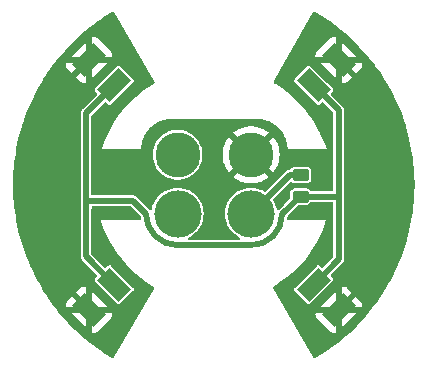
<source format=gbr>
%TF.GenerationSoftware,KiCad,Pcbnew,(7.0.0)*%
%TF.CreationDate,2024-02-03T20:29:28+01:00*%
%TF.ProjectId,Helios_emt,48656c69-6f73-45f6-956d-742e6b696361,rev?*%
%TF.SameCoordinates,PX9d5b340PY5f5e100*%
%TF.FileFunction,Copper,L1,Top*%
%TF.FilePolarity,Positive*%
%FSLAX46Y46*%
G04 Gerber Fmt 4.6, Leading zero omitted, Abs format (unit mm)*
G04 Created by KiCad (PCBNEW (7.0.0)) date 2024-02-03 20:29:28*
%MOMM*%
%LPD*%
G01*
G04 APERTURE LIST*
G04 Aperture macros list*
%AMRoundRect*
0 Rectangle with rounded corners*
0 $1 Rounding radius*
0 $2 $3 $4 $5 $6 $7 $8 $9 X,Y pos of 4 corners*
0 Add a 4 corners polygon primitive as box body*
4,1,4,$2,$3,$4,$5,$6,$7,$8,$9,$2,$3,0*
0 Add four circle primitives for the rounded corners*
1,1,$1+$1,$2,$3*
1,1,$1+$1,$4,$5*
1,1,$1+$1,$6,$7*
1,1,$1+$1,$8,$9*
0 Add four rect primitives between the rounded corners*
20,1,$1+$1,$2,$3,$4,$5,0*
20,1,$1+$1,$4,$5,$6,$7,0*
20,1,$1+$1,$6,$7,$8,$9,0*
20,1,$1+$1,$8,$9,$2,$3,0*%
%AMRotRect*
0 Rectangle, with rotation*
0 The origin of the aperture is its center*
0 $1 length*
0 $2 width*
0 $3 Rotation angle, in degrees counterclockwise*
0 Add horizontal line*
21,1,$1,$2,0,0,$3*%
G04 Aperture macros list end*
%TA.AperFunction,SMDPad,CuDef*%
%ADD10RotRect,1.500000X2.600000X135.000000*%
%TD*%
%TA.AperFunction,SMDPad,CuDef*%
%ADD11RotRect,1.500000X2.600000X225.000000*%
%TD*%
%TA.AperFunction,SMDPad,CuDef*%
%ADD12RotRect,1.500000X2.600000X315.000000*%
%TD*%
%TA.AperFunction,SMDPad,CuDef*%
%ADD13RotRect,1.500000X2.600000X45.000000*%
%TD*%
%TA.AperFunction,SMDPad,CuDef*%
%ADD14RoundRect,0.250000X0.450000X-0.262500X0.450000X0.262500X-0.450000X0.262500X-0.450000X-0.262500X0*%
%TD*%
%TA.AperFunction,ComponentPad*%
%ADD15C,3.800000*%
%TD*%
%TA.AperFunction,ComponentPad*%
%ADD16C,4.000000*%
%TD*%
%TA.AperFunction,Conductor*%
%ADD17C,0.500000*%
%TD*%
%TA.AperFunction,Conductor*%
%ADD18C,0.250000*%
%TD*%
G04 APERTURE END LIST*
D10*
%TO.P,D1,1,K*%
%TO.N,GND*%
X10560659Y-10560659D03*
%TO.P,D1,2,A*%
%TO.N,Net-(D0-A)*%
X8439339Y-8439339D03*
%TD*%
D11*
%TO.P,D0,1,K*%
%TO.N,GND*%
X10560659Y10560659D03*
%TO.P,D0,2,A*%
%TO.N,Net-(D0-A)*%
X8439339Y8439339D03*
%TD*%
D12*
%TO.P,D3,1,K*%
%TO.N,GND*%
X-10560659Y10560659D03*
%TO.P,D3,2,A*%
%TO.N,Net-(D0-A)*%
X-8439339Y8439339D03*
%TD*%
D13*
%TO.P,D2,1,K*%
%TO.N,GND*%
X-10560659Y-10560659D03*
%TO.P,D2,2,A*%
%TO.N,Net-(D0-A)*%
X-8439339Y-8439339D03*
%TD*%
D14*
%TO.P,R0,1*%
%TO.N,Net-(D0-A)*%
X7339000Y-988500D03*
%TO.P,R0,2*%
%TO.N,VCC*%
X7339000Y836500D03*
%TD*%
D15*
%TO.P,J2,1,Pin_1*%
%TO.N,GND*%
X3148000Y2551000D03*
D16*
%TO.P,J2,2,Pin_2*%
%TO.N,VCC*%
X3148000Y-2449000D03*
%TD*%
D15*
%TO.P,J1,1,Pin_1*%
%TO.N,unconnected-(J1-Pin_1-Pad1)*%
X-3075000Y2551000D03*
D16*
%TO.P,J1,2,Pin_2*%
%TO.N,unconnected-(J1-Pin_2-Pad2)*%
X-3075000Y-2449000D03*
%TD*%
D17*
%TO.N,GND*%
X13155600Y2464000D02*
X13155600Y-7965720D01*
X13155600Y-7965720D02*
X10560660Y-10560660D01*
X-13198400Y7922920D02*
X-10560660Y10560660D01*
X13155600Y7965720D02*
X10560660Y10560660D01*
X-13198400Y2514800D02*
X-13198400Y7922920D01*
X-13198400Y-7922920D02*
X-10560660Y-10560660D01*
X-13198400Y2514800D02*
X-13198400Y-7922920D01*
X13155600Y2464000D02*
X13155600Y7965720D01*
%TO.N,VCC*%
X3148000Y-2449000D02*
X6433500Y836500D01*
X6433500Y836500D02*
X7339000Y836500D01*
%TO.N,Net-(D0-A)*%
X-3075000Y-5108188D02*
X3143037Y-5108188D01*
X10560660Y-1600000D02*
X10560660Y-838000D01*
X10560660Y6318020D02*
X8439340Y8439340D01*
X-10798500Y-1877500D02*
X-10822000Y-1854000D01*
X-8439340Y-8439340D02*
X-10822000Y-6056680D01*
X7339000Y-988500D02*
X10410160Y-988500D01*
X-10822000Y-1346000D02*
X-10822000Y940000D01*
X-10822000Y-1346000D02*
X-6843492Y-1346000D01*
X-10822000Y2108400D02*
X-10822000Y6056680D01*
X-10822000Y1295600D02*
X-10822000Y2108400D01*
X10560660Y-2514400D02*
X10560660Y-6318020D01*
X-10822000Y-1854000D02*
X-10822000Y-1346000D01*
X7339000Y-988500D02*
X7276862Y-988500D01*
X-10822000Y6056680D02*
X-8439340Y8439340D01*
D18*
X-10798500Y963500D02*
X-10822000Y940000D01*
D17*
X-10822000Y-6056680D02*
X-10822000Y-1854000D01*
X-6843492Y-1346000D02*
X-5757294Y-2432198D01*
X10560660Y-838000D02*
X10560660Y6318020D01*
X10560660Y-6318020D02*
X8439340Y-8439340D01*
X10410160Y-988500D02*
X10560660Y-838000D01*
X7276862Y-988500D02*
X5776362Y-2489000D01*
X-10822000Y940000D02*
X-10822000Y1295600D01*
X10560660Y-2514400D02*
X10560660Y-1600000D01*
X3142463Y-5117356D02*
G75*
G03*
X5776362Y-2489000I5537J2628356D01*
G01*
X-5757281Y-2432198D02*
G75*
G03*
X-3075000Y-5108188I2682281J6298D01*
G01*
%TD*%
%TA.AperFunction,Conductor*%
%TO.N,GND*%
G36*
X-8470778Y14663472D02*
G01*
X-8423832Y14616821D01*
X-5056460Y8773440D01*
X-5037825Y8741103D01*
X-5020995Y8678089D01*
X-5037927Y8615102D01*
X-5084085Y8569020D01*
X-5219382Y8491055D01*
X-5219403Y8491043D01*
X-5220939Y8490157D01*
X-5222427Y8489183D01*
X-5222439Y8489175D01*
X-5695353Y8179421D01*
X-5695380Y8179403D01*
X-5696846Y8178442D01*
X-5698269Y8177390D01*
X-5698288Y8177376D01*
X-6152742Y7841156D01*
X-6152760Y7841143D01*
X-6154194Y7840081D01*
X-6155551Y7838952D01*
X-6155580Y7838929D01*
X-6590106Y7477330D01*
X-6590132Y7477308D01*
X-6591490Y7476177D01*
X-6592801Y7474954D01*
X-6592810Y7474945D01*
X-7005994Y7089147D01*
X-7007312Y7087916D01*
X-7008536Y7086636D01*
X-7008551Y7086620D01*
X-7394419Y6682722D01*
X-7400304Y6676562D01*
X-7401457Y6675210D01*
X-7401469Y6675195D01*
X-7768010Y6244836D01*
X-7768031Y6244811D01*
X-7769185Y6243455D01*
X-7770275Y6242018D01*
X-7770281Y6242009D01*
X-8111662Y5791450D01*
X-8111672Y5791437D01*
X-8112754Y5790008D01*
X-8113760Y5788511D01*
X-8113762Y5788507D01*
X-8428898Y5319178D01*
X-8428916Y5319152D01*
X-8429892Y5317696D01*
X-8430792Y5316176D01*
X-8430795Y5316170D01*
X-8718653Y4829602D01*
X-8718666Y4829580D01*
X-8719565Y4828059D01*
X-8720384Y4826476D01*
X-8720395Y4826455D01*
X-8979995Y4324308D01*
X-8980008Y4324283D01*
X-8980829Y4322693D01*
X-8981557Y4321064D01*
X-8981571Y4321034D01*
X-9212092Y3804906D01*
X-9212102Y3804884D01*
X-9212834Y3803243D01*
X-9213473Y3801563D01*
X-9213477Y3801551D01*
X-9410076Y3283902D01*
X-9414823Y3271402D01*
X-9415354Y3269722D01*
X-9415366Y3269686D01*
X-9495586Y3015640D01*
X-9495586Y3015638D01*
X-9500466Y3000183D01*
X-9500541Y3000000D01*
X-9500532Y2999978D01*
X-9500627Y2999674D01*
X-9500175Y2999532D01*
X-9500099Y2999500D01*
X-9500077Y2999500D01*
X-9499674Y2999373D01*
X-9499634Y2999500D01*
X-6169886Y2998629D01*
X-6169288Y2998629D01*
X-6168886Y2998629D01*
X-6168886Y2999032D01*
X-6168846Y2999129D01*
X-6168881Y2999213D01*
X-6162471Y3114981D01*
X-6152123Y3288313D01*
X-6150591Y3301748D01*
X-6127970Y3435564D01*
X-6127789Y3436592D01*
X-6100711Y3585061D01*
X-6097869Y3597199D01*
X-6059218Y3731807D01*
X-6058531Y3734101D01*
X-6015132Y3873813D01*
X-6011271Y3884507D01*
X-5957171Y4015459D01*
X-5955686Y4018906D01*
X-5896555Y4150624D01*
X-5891976Y4159798D01*
X-5823078Y4284750D01*
X-5820740Y4288802D01*
X-5746584Y4411747D01*
X-5741565Y4419418D01*
X-5658873Y4536216D01*
X-5655354Y4540944D01*
X-5567243Y4653653D01*
X-5562059Y4659860D01*
X-5466671Y4766831D01*
X-5461893Y4771895D01*
X-5360946Y4873065D01*
X-5355854Y4877891D01*
X-5249100Y4973509D01*
X-5242920Y4978693D01*
X-5130389Y5067066D01*
X-5125692Y5070578D01*
X-5009077Y5153527D01*
X-5001408Y5158569D01*
X-4878616Y5233002D01*
X-4874602Y5235330D01*
X-4749775Y5304519D01*
X-4740622Y5309112D01*
X-4608914Y5368588D01*
X-4605723Y5369972D01*
X-4474721Y5424430D01*
X-4464090Y5428294D01*
X-4324436Y5472013D01*
X-4322036Y5472736D01*
X-4187642Y5511647D01*
X-4175524Y5514513D01*
X-4027224Y5541899D01*
X-4025939Y5542128D01*
X-3892297Y5565023D01*
X-3878860Y5566585D01*
X-3705712Y5577305D01*
X-3593207Y5583783D01*
X-3586123Y5583990D01*
X3658383Y5591346D01*
X3665494Y5591151D01*
X3777480Y5584895D01*
X3777673Y5584883D01*
X3951164Y5574440D01*
X3964632Y5572898D01*
X4098297Y5550237D01*
X4099565Y5550013D01*
X4247971Y5522873D01*
X4260096Y5520029D01*
X4394641Y5481331D01*
X4397055Y5480607D01*
X4536740Y5437148D01*
X4547433Y5433282D01*
X4678351Y5379132D01*
X4681766Y5377659D01*
X4813561Y5318426D01*
X4822750Y5313835D01*
X4947584Y5244935D01*
X4951786Y5242508D01*
X5074672Y5168322D01*
X5082386Y5163269D01*
X5199075Y5080586D01*
X5203867Y5077017D01*
X5316553Y4988857D01*
X5322787Y4983647D01*
X5429687Y4888253D01*
X5434793Y4883432D01*
X5535953Y4782424D01*
X5540803Y4777303D01*
X5636347Y4670560D01*
X5641554Y4664348D01*
X5681884Y4612959D01*
X5729886Y4551793D01*
X5733463Y4547006D01*
X5816330Y4430428D01*
X5821401Y4422709D01*
X5895744Y4299982D01*
X5898196Y4295753D01*
X5937481Y4224829D01*
X5967276Y4171038D01*
X5971898Y4161821D01*
X6031287Y4030210D01*
X6032799Y4026720D01*
X6087137Y3895908D01*
X6091032Y3885185D01*
X6134671Y3745660D01*
X6135454Y3743061D01*
X6174316Y3608716D01*
X6177188Y3596556D01*
X6204527Y3448321D01*
X6204812Y3446717D01*
X6227633Y3313332D01*
X6229199Y3299837D01*
X6240023Y3124293D01*
X6240055Y3123758D01*
X6245578Y3027515D01*
X6245578Y3027512D01*
X6246540Y3010759D01*
X6246492Y3010642D01*
X6246532Y3010545D01*
X6246533Y3010141D01*
X6247105Y3010143D01*
X9542143Y3012924D01*
X9542184Y3012797D01*
X9542586Y3012924D01*
X9542609Y3012924D01*
X9542684Y3012956D01*
X9543137Y3013098D01*
X9543041Y3013402D01*
X9543051Y3013424D01*
X9542981Y3013593D01*
X9457104Y3285598D01*
X9254593Y3818964D01*
X9022028Y4339928D01*
X9004901Y4373079D01*
X8760983Y4845218D01*
X8760979Y4845224D01*
X8760166Y4846799D01*
X8469857Y5337931D01*
X8152042Y5811728D01*
X8147382Y5817885D01*
X8005267Y6005670D01*
X7807755Y6266653D01*
X7438113Y6701227D01*
X7149963Y7003292D01*
X7045550Y7112748D01*
X7045540Y7112758D01*
X7044317Y7114040D01*
X6627646Y7503752D01*
X6189452Y7869095D01*
X6188017Y7870159D01*
X6188003Y7870170D01*
X5732611Y8207808D01*
X5732604Y8207813D01*
X5731158Y8208885D01*
X5541431Y8333459D01*
X5255773Y8521021D01*
X5255763Y8521027D01*
X5254254Y8522018D01*
X5252701Y8522915D01*
X5252687Y8522924D01*
X5168192Y8571745D01*
X5116457Y8601638D01*
X5070418Y8647662D01*
X5053495Y8710522D01*
X5070205Y8773438D01*
X5948599Y10304394D01*
X9041052Y10304394D01*
X9046126Y10296114D01*
X10296113Y9046127D01*
X10304393Y9041053D01*
X10306660Y9050494D01*
X10306660Y10290070D01*
X10303153Y10303154D01*
X10290070Y10306660D01*
X9050494Y10306660D01*
X9041052Y10304394D01*
X5948599Y10304394D01*
X6313653Y10940648D01*
X8599149Y10940648D01*
X8615119Y10829573D01*
X8619880Y10817680D01*
X8632329Y10814660D01*
X10290070Y10814660D01*
X10303153Y10818167D01*
X10306660Y10831250D01*
X10814660Y10831250D01*
X10818166Y10818167D01*
X10831250Y10814660D01*
X12070826Y10814660D01*
X12080267Y10816927D01*
X12075193Y10825207D01*
X10825206Y12075194D01*
X10816926Y12080268D01*
X10814660Y12070826D01*
X10814660Y10831250D01*
X10306660Y10831250D01*
X10306660Y12488991D01*
X10303640Y12501440D01*
X10291747Y12506201D01*
X10180672Y12522171D01*
X10162832Y12522171D01*
X10036076Y12503947D01*
X10018963Y12498922D01*
X9901449Y12445255D01*
X9888145Y12437036D01*
X9849530Y12405918D01*
X9844505Y12401404D01*
X8719916Y11276815D01*
X8715402Y11271790D01*
X8684284Y11233175D01*
X8676065Y11219871D01*
X8622398Y11102357D01*
X8617373Y11085244D01*
X8599149Y10958488D01*
X8599149Y10940648D01*
X6313653Y10940648D01*
X8422685Y14616489D01*
X8469611Y14663267D01*
X8533786Y14679768D01*
X8597458Y14661427D01*
X9175822Y14309571D01*
X9180853Y14306344D01*
X9661767Y13981422D01*
X9661910Y13981263D01*
X9661939Y13981305D01*
X9853484Y13851427D01*
X9858187Y13848078D01*
X10271481Y13539189D01*
X10509196Y13360496D01*
X10513531Y13357082D01*
X10800374Y13120599D01*
X10890131Y13046600D01*
X10890507Y13046288D01*
X11140375Y12838655D01*
X11144537Y12835040D01*
X11494330Y12517501D01*
X11494615Y12517240D01*
X11525424Y12488991D01*
X11745740Y12286976D01*
X11749622Y12283261D01*
X12076899Y11956413D01*
X12077441Y11955868D01*
X12323804Y11706810D01*
X12327407Y11703014D01*
X12552629Y11455568D01*
X12634296Y11365842D01*
X12634871Y11365205D01*
X12873256Y11099476D01*
X12876581Y11095616D01*
X13163858Y10748092D01*
X13164522Y10747282D01*
X13392808Y10466399D01*
X13395857Y10462493D01*
X13664045Y10104636D01*
X13664752Y10103683D01*
X13881254Y9809051D01*
X13884031Y9805117D01*
X14133269Y9437261D01*
X14134007Y9436159D01*
X14337465Y9128956D01*
X14339974Y9125010D01*
X14570202Y8747685D01*
X14570958Y8746430D01*
X14760392Y8427683D01*
X14762621Y8423774D01*
X14973765Y8037476D01*
X14974508Y8036096D01*
X15149012Y7706935D01*
X15151004Y7703015D01*
X15342878Y7308403D01*
X15343630Y7306828D01*
X15502492Y6968268D01*
X15504235Y6964384D01*
X15676617Y6562207D01*
X15677346Y6560469D01*
X15819951Y6213525D01*
X15821455Y6209692D01*
X15974169Y5800622D01*
X15974861Y5798720D01*
X16100718Y5444316D01*
X16101990Y5440547D01*
X16158283Y5264607D01*
X16234780Y5025517D01*
X16235402Y5023512D01*
X16279247Y4877907D01*
X16344098Y4662541D01*
X16345149Y4658849D01*
X16457855Y4238590D01*
X16458431Y4236360D01*
X16549540Y3869991D01*
X16550380Y3866388D01*
X16642844Y3441706D01*
X16643337Y3439326D01*
X16644108Y3435425D01*
X16716578Y3068479D01*
X16717219Y3064978D01*
X16789272Y2636864D01*
X16789674Y2634313D01*
X16844827Y2259869D01*
X16845279Y2256479D01*
X16896819Y1825777D01*
X16897114Y1823071D01*
X16933987Y1446071D01*
X16934263Y1442802D01*
X16965222Y1010299D01*
X16965394Y1007443D01*
X16983854Y629044D01*
X16983968Y625905D01*
X16994296Y192451D01*
X16994332Y189450D01*
X16994332Y-189450D01*
X16994296Y-192451D01*
X16983968Y-625903D01*
X16983854Y-629042D01*
X16965394Y-1007441D01*
X16965222Y-1010297D01*
X16934263Y-1442800D01*
X16933987Y-1446069D01*
X16897114Y-1823069D01*
X16896819Y-1825775D01*
X16845279Y-2256477D01*
X16844827Y-2259867D01*
X16789674Y-2634311D01*
X16789272Y-2636862D01*
X16717219Y-3064976D01*
X16716578Y-3068477D01*
X16643340Y-3439312D01*
X16642844Y-3441704D01*
X16550380Y-3866386D01*
X16549540Y-3869989D01*
X16458431Y-4236358D01*
X16457855Y-4238588D01*
X16345149Y-4658847D01*
X16344098Y-4662539D01*
X16235410Y-5023486D01*
X16234768Y-5025553D01*
X16101990Y-5440545D01*
X16100718Y-5444314D01*
X15974861Y-5798718D01*
X15974169Y-5800620D01*
X15821455Y-6209690D01*
X15819951Y-6213523D01*
X15677346Y-6560467D01*
X15676617Y-6562205D01*
X15504235Y-6964382D01*
X15502492Y-6968266D01*
X15343630Y-7306826D01*
X15342878Y-7308401D01*
X15151004Y-7703013D01*
X15149012Y-7706933D01*
X14974508Y-8036094D01*
X14973747Y-8037508D01*
X14762639Y-8423740D01*
X14760392Y-8427681D01*
X14570958Y-8746428D01*
X14570202Y-8747683D01*
X14339974Y-9125008D01*
X14337465Y-9128954D01*
X14134007Y-9436157D01*
X14133269Y-9437259D01*
X13884031Y-9805115D01*
X13881254Y-9809049D01*
X13664752Y-10103681D01*
X13664045Y-10104634D01*
X13395857Y-10462491D01*
X13392808Y-10466397D01*
X13164522Y-10747280D01*
X13163858Y-10748090D01*
X12876581Y-11095614D01*
X12873256Y-11099474D01*
X12634871Y-11365203D01*
X12634263Y-11365877D01*
X12327407Y-11703012D01*
X12323804Y-11706808D01*
X12077441Y-11955866D01*
X12076899Y-11956411D01*
X11749622Y-12283259D01*
X11745740Y-12286974D01*
X11494710Y-12517152D01*
X11494245Y-12517576D01*
X11144537Y-12835038D01*
X11140375Y-12838653D01*
X10890507Y-13046286D01*
X10890131Y-13046598D01*
X10513570Y-13357050D01*
X10509128Y-13360547D01*
X10271866Y-13538899D01*
X10271587Y-13539109D01*
X9858203Y-13848065D01*
X9853485Y-13851425D01*
X9661940Y-13981304D01*
X9661766Y-13981421D01*
X9180863Y-14306336D01*
X9175811Y-14309577D01*
X8597255Y-14661548D01*
X8533659Y-14679889D01*
X8469541Y-14663465D01*
X8422595Y-14616809D01*
X6314717Y-10958487D01*
X8599149Y-10958487D01*
X8617373Y-11085243D01*
X8622398Y-11102356D01*
X8676065Y-11219870D01*
X8684284Y-11233174D01*
X8715402Y-11271789D01*
X8719916Y-11276814D01*
X9844505Y-12401403D01*
X9849530Y-12405917D01*
X9888145Y-12437035D01*
X9901449Y-12445254D01*
X10018963Y-12498921D01*
X10036076Y-12503946D01*
X10162832Y-12522170D01*
X10180672Y-12522170D01*
X10291747Y-12506200D01*
X10303640Y-12501439D01*
X10306660Y-12488991D01*
X10306660Y-12070826D01*
X10814660Y-12070826D01*
X10816926Y-12080267D01*
X10825206Y-12075193D01*
X12075193Y-10825206D01*
X12080267Y-10816926D01*
X12070826Y-10814660D01*
X10831250Y-10814660D01*
X10818166Y-10818166D01*
X10814660Y-10831250D01*
X10814660Y-12070826D01*
X10306660Y-12070826D01*
X10306660Y-10831250D01*
X10303153Y-10818166D01*
X10290070Y-10814660D01*
X8632329Y-10814660D01*
X8619880Y-10817679D01*
X8615119Y-10829572D01*
X8599149Y-10940647D01*
X8599149Y-10958487D01*
X6314717Y-10958487D01*
X5937837Y-10304393D01*
X9041052Y-10304393D01*
X9050494Y-10306660D01*
X10290070Y-10306660D01*
X10303153Y-10303153D01*
X10306660Y-10290070D01*
X10814660Y-10290070D01*
X10818166Y-10303153D01*
X10831250Y-10306660D01*
X12488991Y-10306660D01*
X12501439Y-10303640D01*
X12506200Y-10291747D01*
X12522170Y-10180672D01*
X12522170Y-10162832D01*
X12503946Y-10036076D01*
X12498921Y-10018963D01*
X12445254Y-9901449D01*
X12437035Y-9888145D01*
X12405917Y-9849530D01*
X12401403Y-9844505D01*
X11276814Y-8719916D01*
X11271789Y-8715402D01*
X11233174Y-8684284D01*
X11219870Y-8676065D01*
X11102356Y-8622398D01*
X11085243Y-8617373D01*
X10958487Y-8599149D01*
X10940647Y-8599149D01*
X10829572Y-8615119D01*
X10817679Y-8619880D01*
X10814660Y-8632329D01*
X10814660Y-10290070D01*
X10306660Y-10290070D01*
X10306660Y-9050494D01*
X10304393Y-9041052D01*
X10296113Y-9046126D01*
X9046126Y-10296113D01*
X9041052Y-10304393D01*
X5937837Y-10304393D01*
X5037270Y-8741416D01*
X5020445Y-8678403D01*
X5037382Y-8615417D01*
X5083540Y-8569340D01*
X5220424Y-8490473D01*
X5696391Y-8178759D01*
X6153795Y-7840394D01*
X6591146Y-7476480D01*
X7007020Y-7088204D01*
X7400061Y-6676831D01*
X7768988Y-6243700D01*
X8112600Y-5790224D01*
X8429776Y-5317880D01*
X8719483Y-4828207D01*
X8980777Y-4322802D01*
X9212807Y-3803310D01*
X9414816Y-3271424D01*
X9500465Y-3000182D01*
X9500541Y-3000000D01*
X9500531Y-2999977D01*
X9500627Y-2999674D01*
X9500174Y-2999531D01*
X9500099Y-2999500D01*
X9500076Y-2999499D01*
X9499674Y-2999373D01*
X9499633Y-2999499D01*
X9481561Y-2999490D01*
X9481558Y-2999490D01*
X6330176Y-2998085D01*
X6263426Y-2978916D01*
X6216971Y-2927293D01*
X6204924Y-2858898D01*
X6219235Y-2722919D01*
X6230820Y-2681861D01*
X6255444Y-2647020D01*
X7164061Y-1738404D01*
X7204939Y-1711091D01*
X7253157Y-1701500D01*
X7840313Y-1701500D01*
X7843266Y-1701500D01*
X7873699Y-1698646D01*
X8001882Y-1653793D01*
X8111150Y-1573150D01*
X8172385Y-1490178D01*
X8216982Y-1452520D01*
X8273765Y-1439000D01*
X9984160Y-1439000D01*
X10047160Y-1455881D01*
X10093279Y-1502000D01*
X10110160Y-1565000D01*
X10110160Y-6079226D01*
X10100569Y-6127444D01*
X10073255Y-6168322D01*
X9270896Y-6970679D01*
X9214412Y-7003290D01*
X9149190Y-7003290D01*
X9092706Y-6970678D01*
X8960437Y-6838409D01*
X8960436Y-6838408D01*
X8956060Y-6834032D01*
X8950910Y-6830591D01*
X8916801Y-6807800D01*
X8916800Y-6807799D01*
X8906480Y-6800904D01*
X8894308Y-6798483D01*
X8894306Y-6798482D01*
X8840421Y-6787765D01*
X8828249Y-6785344D01*
X8816077Y-6787765D01*
X8762192Y-6798482D01*
X8762189Y-6798482D01*
X8750017Y-6800904D01*
X8739697Y-6807799D01*
X8739696Y-6807800D01*
X8705584Y-6830593D01*
X8705580Y-6830595D01*
X8700438Y-6834032D01*
X8696064Y-6838405D01*
X8696059Y-6838410D01*
X6838410Y-8696059D01*
X6838405Y-8696064D01*
X6834032Y-8700438D01*
X6830595Y-8705580D01*
X6830593Y-8705584D01*
X6824033Y-8715402D01*
X6800904Y-8750017D01*
X6785344Y-8828249D01*
X6787765Y-8840421D01*
X6798482Y-8894306D01*
X6798483Y-8894308D01*
X6800904Y-8906480D01*
X6834032Y-8956060D01*
X7922620Y-10044648D01*
X7972200Y-10077776D01*
X8050431Y-10093336D01*
X8128663Y-10077776D01*
X8178242Y-10044648D01*
X10044648Y-8178242D01*
X10077776Y-8128663D01*
X10093336Y-8050431D01*
X10077776Y-7972200D01*
X10044648Y-7922620D01*
X9908000Y-7785971D01*
X9875388Y-7729488D01*
X9875388Y-7664266D01*
X9907997Y-7607784D01*
X10856329Y-6659452D01*
X10866837Y-6650062D01*
X10894630Y-6627899D01*
X10926851Y-6580638D01*
X10929497Y-6576908D01*
X10963453Y-6530902D01*
X10966289Y-6522795D01*
X10971132Y-6515693D01*
X10987973Y-6461089D01*
X10989445Y-6456618D01*
X11004752Y-6412874D01*
X11008306Y-6402719D01*
X11008627Y-6394132D01*
X11011160Y-6385922D01*
X11011160Y-6328822D01*
X11011248Y-6324110D01*
X11011970Y-6304817D01*
X11013385Y-6267010D01*
X11011582Y-6260283D01*
X11011160Y-6252754D01*
X11011160Y-848785D01*
X11011248Y-844074D01*
X11012541Y-809513D01*
X11013384Y-786990D01*
X11011582Y-780266D01*
X11011160Y-772743D01*
X11011160Y6285641D01*
X11011952Y6299748D01*
X11012095Y6301019D01*
X11015930Y6335055D01*
X11005308Y6391190D01*
X11004521Y6395824D01*
X10997415Y6442970D01*
X10996008Y6452307D01*
X10992282Y6460044D01*
X10990684Y6468491D01*
X10963974Y6519028D01*
X10961881Y6523172D01*
X10937085Y6574662D01*
X10931241Y6580961D01*
X10927226Y6588557D01*
X10886851Y6628932D01*
X10883581Y6632326D01*
X10844715Y6674214D01*
X10838684Y6677696D01*
X10833061Y6682722D01*
X9908000Y7607783D01*
X9875388Y7664267D01*
X9875389Y7729490D01*
X9907998Y7785971D01*
X10044648Y7922620D01*
X10077776Y7972200D01*
X10093336Y8050431D01*
X10077776Y8128663D01*
X10044648Y8178242D01*
X9590561Y8632329D01*
X10814660Y8632329D01*
X10817679Y8619881D01*
X10829572Y8615120D01*
X10940647Y8599150D01*
X10958487Y8599150D01*
X11085243Y8617374D01*
X11102356Y8622399D01*
X11219870Y8676066D01*
X11233174Y8684285D01*
X11271789Y8715403D01*
X11276814Y8719917D01*
X12401403Y9844506D01*
X12405917Y9849531D01*
X12437035Y9888146D01*
X12445254Y9901450D01*
X12498921Y10018964D01*
X12503946Y10036077D01*
X12522170Y10162833D01*
X12522170Y10180673D01*
X12506200Y10291748D01*
X12501439Y10303641D01*
X12488991Y10306660D01*
X10831250Y10306660D01*
X10818166Y10303154D01*
X10814660Y10290070D01*
X10814660Y8632329D01*
X9590561Y8632329D01*
X8178242Y10044648D01*
X8128663Y10077776D01*
X8116488Y10080198D01*
X8116487Y10080198D01*
X8062603Y10090915D01*
X8050431Y10093336D01*
X8038259Y10090915D01*
X7984373Y10080198D01*
X7984369Y10080197D01*
X7972200Y10077776D01*
X7961881Y10070882D01*
X7961878Y10070880D01*
X7927767Y10048088D01*
X7927760Y10048084D01*
X7922620Y10044648D01*
X7918247Y10040276D01*
X7918242Y10040271D01*
X6838409Y8960438D01*
X6838404Y8960433D01*
X6834032Y8956060D01*
X6830596Y8950920D01*
X6830592Y8950913D01*
X6807800Y8916802D01*
X6807798Y8916799D01*
X6800904Y8906480D01*
X6798483Y8894311D01*
X6798482Y8894307D01*
X6791066Y8857020D01*
X6785344Y8828249D01*
X6800904Y8750017D01*
X6834032Y8700438D01*
X8700438Y6834032D01*
X8750017Y6800904D01*
X8828249Y6785344D01*
X8906480Y6800904D01*
X8956060Y6834032D01*
X9092709Y6970682D01*
X9149190Y7003291D01*
X9214413Y7003292D01*
X9270897Y6970680D01*
X10073255Y6168322D01*
X10100569Y6127445D01*
X10110160Y6079227D01*
X10110160Y-412000D01*
X10093279Y-475000D01*
X10047160Y-521119D01*
X9984160Y-538000D01*
X8273765Y-538000D01*
X8216982Y-524480D01*
X8172385Y-486821D01*
X8116753Y-411442D01*
X8111150Y-403850D01*
X8103557Y-398246D01*
X8009480Y-328814D01*
X8009477Y-328812D01*
X8001882Y-323207D01*
X7873699Y-278354D01*
X7866067Y-277638D01*
X7866066Y-277638D01*
X7846201Y-275775D01*
X7846195Y-275774D01*
X7843266Y-275500D01*
X6834734Y-275500D01*
X6831805Y-275774D01*
X6831798Y-275775D01*
X6811933Y-277638D01*
X6811930Y-277638D01*
X6804301Y-278354D01*
X6797063Y-280886D01*
X6797061Y-280887D01*
X6688372Y-318919D01*
X6676118Y-323207D01*
X6668525Y-328810D01*
X6668519Y-328814D01*
X6574442Y-398246D01*
X6574438Y-398249D01*
X6566850Y-403850D01*
X6561249Y-411438D01*
X6561246Y-411442D01*
X6491814Y-505519D01*
X6491810Y-505525D01*
X6486207Y-513118D01*
X6483087Y-522033D01*
X6483087Y-522034D01*
X6445644Y-629042D01*
X6441354Y-641301D01*
X6438500Y-671734D01*
X6438500Y-674687D01*
X6438500Y-1137569D01*
X6428909Y-1185787D01*
X6401597Y-1226661D01*
X5932147Y-1696112D01*
X5523064Y-2105195D01*
X5464584Y-2138323D01*
X5397393Y-2136673D01*
X5340609Y-2100715D01*
X5310391Y-2040682D01*
X5278081Y-1878247D01*
X5185359Y-1605098D01*
X5057778Y-1346389D01*
X5047107Y-1330419D01*
X5026951Y-1276867D01*
X5032559Y-1219919D01*
X5062776Y-1171326D01*
X6443633Y209532D01*
X6494089Y240365D01*
X6553057Y244784D01*
X6607546Y221815D01*
X6676118Y171207D01*
X6804301Y126354D01*
X6834734Y123500D01*
X7840313Y123500D01*
X7843266Y123500D01*
X7873699Y126354D01*
X8001882Y171207D01*
X8111150Y251850D01*
X8191793Y361118D01*
X8236646Y489301D01*
X8239500Y519734D01*
X8239500Y1153266D01*
X8236646Y1183699D01*
X8191793Y1311882D01*
X8111150Y1421150D01*
X8103557Y1426754D01*
X8009480Y1496186D01*
X8009477Y1496188D01*
X8001882Y1501793D01*
X7873699Y1546646D01*
X7866067Y1547362D01*
X7866066Y1547362D01*
X7846201Y1549225D01*
X7846195Y1549226D01*
X7843266Y1549500D01*
X6834734Y1549500D01*
X6831805Y1549226D01*
X6831798Y1549225D01*
X6811933Y1547362D01*
X6811930Y1547362D01*
X6804301Y1546646D01*
X6797063Y1544114D01*
X6797061Y1544113D01*
X6685034Y1504913D01*
X6676118Y1501793D01*
X6668525Y1496190D01*
X6668519Y1496186D01*
X6574442Y1426754D01*
X6574438Y1426751D01*
X6566850Y1421150D01*
X6561249Y1413562D01*
X6561245Y1413557D01*
X6507885Y1341256D01*
X6465383Y1304680D01*
X6416985Y1291712D01*
X6416465Y1291770D01*
X6407195Y1290017D01*
X6407186Y1290016D01*
X6360304Y1281146D01*
X6355665Y1280358D01*
X6308547Y1273255D01*
X6299213Y1271848D01*
X6291476Y1268123D01*
X6283029Y1266524D01*
X6274684Y1262115D01*
X6274679Y1262112D01*
X6232499Y1239820D01*
X6228299Y1237700D01*
X6185359Y1217020D01*
X6185354Y1217017D01*
X6176858Y1212925D01*
X6170559Y1207082D01*
X6162963Y1203066D01*
X6156296Y1196400D01*
X6156293Y1196397D01*
X6122571Y1162676D01*
X6119182Y1159411D01*
X6109377Y1150313D01*
X6077306Y1120555D01*
X6073825Y1114529D01*
X6068797Y1108902D01*
X4425675Y-534220D01*
X4377083Y-564438D01*
X4320137Y-570047D01*
X4266582Y-549893D01*
X4259684Y-545284D01*
X4250611Y-539222D01*
X4246911Y-537397D01*
X4246907Y-537395D01*
X4109199Y-469485D01*
X3991902Y-411641D01*
X3747903Y-328814D01*
X3722663Y-320246D01*
X3722659Y-320244D01*
X3718753Y-318919D01*
X3714705Y-318113D01*
X3714702Y-318113D01*
X3439881Y-263448D01*
X3439880Y-263447D01*
X3435839Y-262644D01*
X3431728Y-262374D01*
X3431724Y-262374D01*
X3152119Y-244048D01*
X3148000Y-243778D01*
X3143881Y-244048D01*
X2864275Y-262374D01*
X2864269Y-262374D01*
X2860161Y-262644D01*
X2856120Y-263447D01*
X2856118Y-263448D01*
X2581297Y-318113D01*
X2581291Y-318114D01*
X2577247Y-318919D01*
X2573344Y-320243D01*
X2573336Y-320246D01*
X2307997Y-410317D01*
X2307990Y-410319D01*
X2304098Y-411641D01*
X2300405Y-413462D01*
X2300403Y-413463D01*
X2049092Y-537395D01*
X2049081Y-537401D01*
X2045389Y-539222D01*
X2041960Y-541512D01*
X2041955Y-541516D01*
X1808977Y-697187D01*
X1808972Y-697190D01*
X1805546Y-699480D01*
X1802451Y-702193D01*
X1802446Y-702198D01*
X1591761Y-886964D01*
X1591753Y-886971D01*
X1588673Y-889673D01*
X1585971Y-892753D01*
X1585964Y-892761D01*
X1401198Y-1103446D01*
X1401193Y-1103451D01*
X1398480Y-1106546D01*
X1396190Y-1109972D01*
X1396187Y-1109977D01*
X1240516Y-1342955D01*
X1240512Y-1342960D01*
X1238222Y-1346389D01*
X1236401Y-1350081D01*
X1236395Y-1350092D01*
X1126396Y-1573150D01*
X1110641Y-1605098D01*
X1109319Y-1608990D01*
X1109317Y-1608997D01*
X1019246Y-1874336D01*
X1019243Y-1874344D01*
X1017919Y-1878247D01*
X1017114Y-1882291D01*
X1017113Y-1882297D01*
X962448Y-2157118D01*
X961644Y-2161161D01*
X961374Y-2165269D01*
X961374Y-2165275D01*
X954109Y-2276118D01*
X942778Y-2449000D01*
X943048Y-2453119D01*
X959210Y-2699714D01*
X961644Y-2736839D01*
X962447Y-2740880D01*
X962448Y-2740881D01*
X1017003Y-3015151D01*
X1017919Y-3019753D01*
X1019244Y-3023659D01*
X1019246Y-3023663D01*
X1093961Y-3243765D01*
X1110641Y-3292902D01*
X1112463Y-3296596D01*
X1231021Y-3537010D01*
X1238222Y-3551611D01*
X1398480Y-3791454D01*
X1588673Y-4008327D01*
X1805546Y-4198520D01*
X2045389Y-4358778D01*
X2049093Y-4360604D01*
X2049092Y-4360604D01*
X2166862Y-4418682D01*
X2216807Y-4463064D01*
X2237037Y-4526741D01*
X2221865Y-4591810D01*
X2175557Y-4639973D01*
X2111134Y-4657688D01*
X-2038134Y-4657688D01*
X-2102557Y-4639973D01*
X-2148865Y-4591810D01*
X-2164037Y-4526741D01*
X-2143807Y-4463064D01*
X-2093862Y-4418682D01*
X-2061655Y-4402799D01*
X-1972389Y-4358778D01*
X-1732546Y-4198520D01*
X-1515673Y-4008327D01*
X-1325480Y-3791454D01*
X-1165222Y-3551611D01*
X-1037641Y-3292902D01*
X-944919Y-3019753D01*
X-888644Y-2736839D01*
X-869778Y-2449000D01*
X-888644Y-2161161D01*
X-944919Y-1878247D01*
X-1037641Y-1605098D01*
X-1165222Y-1346389D01*
X-1325480Y-1106546D01*
X-1515673Y-889673D01*
X-1732546Y-699480D01*
X-1972389Y-539222D01*
X-1976089Y-537397D01*
X-1976093Y-537395D01*
X-2113801Y-469485D01*
X-2231098Y-411641D01*
X-2475097Y-328814D01*
X-2500337Y-320246D01*
X-2500341Y-320244D01*
X-2504247Y-318919D01*
X-2508295Y-318113D01*
X-2508298Y-318113D01*
X-2783119Y-263448D01*
X-2783120Y-263447D01*
X-2787161Y-262644D01*
X-2791272Y-262374D01*
X-2791276Y-262374D01*
X-3070881Y-244048D01*
X-3075000Y-243778D01*
X-3079119Y-244048D01*
X-3358725Y-262374D01*
X-3358731Y-262374D01*
X-3362839Y-262644D01*
X-3366880Y-263447D01*
X-3366882Y-263448D01*
X-3641703Y-318113D01*
X-3641709Y-318114D01*
X-3645753Y-318919D01*
X-3649656Y-320243D01*
X-3649664Y-320246D01*
X-3915003Y-410317D01*
X-3915010Y-410319D01*
X-3918902Y-411641D01*
X-3922595Y-413462D01*
X-3922597Y-413463D01*
X-4173908Y-537395D01*
X-4173919Y-537401D01*
X-4177611Y-539222D01*
X-4181040Y-541512D01*
X-4181045Y-541516D01*
X-4414023Y-697187D01*
X-4414028Y-697190D01*
X-4417454Y-699480D01*
X-4420549Y-702193D01*
X-4420554Y-702198D01*
X-4631239Y-886964D01*
X-4631247Y-886971D01*
X-4634327Y-889673D01*
X-4637029Y-892753D01*
X-4637036Y-892761D01*
X-4821802Y-1103446D01*
X-4821807Y-1103451D01*
X-4824520Y-1106546D01*
X-4826810Y-1109972D01*
X-4826813Y-1109977D01*
X-4982484Y-1342955D01*
X-4982488Y-1342960D01*
X-4984778Y-1346389D01*
X-4986599Y-1350081D01*
X-4986605Y-1350092D01*
X-5096604Y-1573150D01*
X-5112359Y-1605098D01*
X-5113681Y-1608990D01*
X-5113683Y-1608997D01*
X-5203754Y-1874336D01*
X-5203757Y-1874344D01*
X-5205081Y-1878247D01*
X-5205886Y-1882293D01*
X-5205886Y-1882294D01*
X-5236915Y-2038286D01*
X-5267134Y-2098321D01*
X-5323918Y-2134279D01*
X-5391110Y-2135928D01*
X-5449589Y-2102799D01*
X-6502041Y-1050348D01*
X-6511457Y-1039812D01*
X-6527726Y-1019411D01*
X-6527730Y-1019407D01*
X-6533613Y-1012030D01*
X-6541413Y-1006712D01*
X-6541416Y-1006709D01*
X-6580835Y-979833D01*
X-6584677Y-977107D01*
X-6623012Y-948814D01*
X-6623015Y-948812D01*
X-6630610Y-943207D01*
X-6638717Y-940370D01*
X-6645819Y-935528D01*
X-6700423Y-918685D01*
X-6704886Y-917216D01*
X-6725381Y-910045D01*
X-6749887Y-901470D01*
X-6749889Y-901469D01*
X-6758793Y-898354D01*
X-6767379Y-898032D01*
X-6775590Y-895500D01*
X-6785028Y-895500D01*
X-6832707Y-895500D01*
X-6837418Y-895412D01*
X-6885068Y-893629D01*
X-6894502Y-893276D01*
X-6901226Y-895077D01*
X-6908749Y-895500D01*
X-10245500Y-895500D01*
X-10308500Y-878619D01*
X-10354619Y-832500D01*
X-10371500Y-769500D01*
X-10371500Y2551000D01*
X-5180408Y2551000D01*
X-5160798Y2264314D01*
X-5102334Y1982968D01*
X-5100898Y1978926D01*
X-5100896Y1978921D01*
X-5007545Y1716256D01*
X-5007542Y1716249D01*
X-5006104Y1712203D01*
X-5004123Y1708380D01*
X-4894173Y1496186D01*
X-4873901Y1457064D01*
X-4871416Y1453544D01*
X-4871412Y1453537D01*
X-4710675Y1225823D01*
X-4710671Y1225818D01*
X-4708189Y1222302D01*
X-4705253Y1219158D01*
X-4705251Y1219156D01*
X-4652502Y1162676D01*
X-4512053Y1012292D01*
X-4289147Y830945D01*
X-4043625Y681639D01*
X-3780058Y567156D01*
X-3503358Y489629D01*
X-3218678Y450500D01*
X-2935627Y450500D01*
X-2931322Y450500D01*
X-2646642Y489629D01*
X-2369942Y567156D01*
X-2118915Y676192D01*
X1635775Y676192D01*
X1643166Y667874D01*
X1851969Y516171D01*
X1858650Y511930D01*
X2117234Y369773D01*
X2124369Y366415D01*
X2398746Y257781D01*
X2406236Y255348D01*
X2692058Y181961D01*
X2699829Y180479D01*
X2992569Y143497D01*
X3000460Y143000D01*
X3295540Y143000D01*
X3303430Y143497D01*
X3596170Y180479D01*
X3603941Y181961D01*
X3889763Y255348D01*
X3897253Y257781D01*
X4171630Y366415D01*
X4178765Y369773D01*
X4437349Y511930D01*
X4444030Y516171D01*
X4652833Y667875D01*
X4660224Y676192D01*
X4654222Y685567D01*
X3159729Y2180061D01*
X3147999Y2186833D01*
X3136270Y2180061D01*
X1641776Y685567D01*
X1635775Y676192D01*
X-2118915Y676192D01*
X-2106375Y681639D01*
X-1860853Y830945D01*
X-1637947Y1012292D01*
X-1441811Y1222302D01*
X-1276099Y1457064D01*
X-1143896Y1712203D01*
X-1047666Y1982968D01*
X-989202Y2264314D01*
X-969863Y2547042D01*
X735488Y2547042D01*
X754014Y2252564D01*
X755007Y2244703D01*
X810295Y1954872D01*
X812266Y1947195D01*
X903446Y1666576D01*
X906361Y1659213D01*
X1031993Y1392231D01*
X1035805Y1385297D01*
X1193912Y1136159D01*
X1198557Y1129766D01*
X1263850Y1050840D01*
X1275335Y1042947D01*
X1287511Y1049724D01*
X2777059Y2539271D01*
X2783830Y2551000D01*
X3512167Y2551000D01*
X3518939Y2539271D01*
X5008487Y1049724D01*
X5020664Y1042946D01*
X5032146Y1050838D01*
X5097437Y1129760D01*
X5102090Y1136165D01*
X5260194Y1385297D01*
X5264006Y1392231D01*
X5389638Y1659213D01*
X5392553Y1666576D01*
X5483733Y1947195D01*
X5485704Y1954872D01*
X5540992Y2244703D01*
X5541985Y2252564D01*
X5560512Y2547042D01*
X5560512Y2554958D01*
X5541985Y2849437D01*
X5540992Y2857298D01*
X5485704Y3147129D01*
X5483733Y3154806D01*
X5392553Y3435425D01*
X5389638Y3442788D01*
X5264006Y3709770D01*
X5260194Y3716704D01*
X5102087Y3965842D01*
X5097442Y3972235D01*
X5032148Y4051162D01*
X5020663Y4059055D01*
X5008487Y4052278D01*
X3518939Y2562730D01*
X3512167Y2551000D01*
X2783830Y2551000D01*
X2783831Y2551001D01*
X2777059Y2562730D01*
X1287511Y4052278D01*
X1275335Y4059055D01*
X1263850Y4051162D01*
X1198557Y3972235D01*
X1193912Y3965842D01*
X1035805Y3716704D01*
X1031993Y3709770D01*
X906361Y3442788D01*
X903446Y3435425D01*
X812266Y3154806D01*
X810295Y3147129D01*
X755007Y2857298D01*
X754014Y2849437D01*
X735488Y2554958D01*
X735488Y2547042D01*
X-969863Y2547042D01*
X-969592Y2551000D01*
X-989202Y2837686D01*
X-1047666Y3119032D01*
X-1143896Y3389797D01*
X-1276099Y3644936D01*
X-1278589Y3648464D01*
X-1439326Y3876178D01*
X-1439329Y3876182D01*
X-1441811Y3879698D01*
X-1446314Y3884519D01*
X-1528235Y3972235D01*
X-1637947Y4089708D01*
X-1641284Y4092423D01*
X-1857518Y4268342D01*
X-1857521Y4268344D01*
X-1860853Y4271055D01*
X-2106375Y4420361D01*
X-2110315Y4422073D01*
X-2110320Y4422075D01*
X-2118919Y4425810D01*
X1635775Y4425810D01*
X1641776Y4416435D01*
X3136270Y2921941D01*
X3148000Y2915169D01*
X3159729Y2921941D01*
X4654222Y4416435D01*
X4660223Y4425810D01*
X4652832Y4434128D01*
X4444030Y4585830D01*
X4437349Y4590071D01*
X4178765Y4732228D01*
X4171630Y4735586D01*
X3897253Y4844220D01*
X3889763Y4846653D01*
X3603941Y4920040D01*
X3596170Y4921522D01*
X3303430Y4958504D01*
X3295540Y4959000D01*
X3000460Y4959000D01*
X2992569Y4958504D01*
X2699829Y4921522D01*
X2692058Y4920040D01*
X2406236Y4846653D01*
X2398746Y4844220D01*
X2124369Y4735586D01*
X2117234Y4732228D01*
X1858646Y4590069D01*
X1851969Y4585830D01*
X1643167Y4434128D01*
X1635775Y4425810D01*
X-2118919Y4425810D01*
X-2365995Y4533130D01*
X-2366001Y4533132D01*
X-2369942Y4534844D01*
X-2430434Y4551793D01*
X-2642496Y4611210D01*
X-2642505Y4611212D01*
X-2646642Y4612371D01*
X-2650903Y4612957D01*
X-2650914Y4612959D01*
X-2927054Y4650914D01*
X-2927064Y4650915D01*
X-2931322Y4651500D01*
X-3218678Y4651500D01*
X-3222936Y4650915D01*
X-3222947Y4650914D01*
X-3499087Y4612959D01*
X-3499101Y4612957D01*
X-3503358Y4612371D01*
X-3507493Y4611213D01*
X-3507505Y4611210D01*
X-3775915Y4536005D01*
X-3775918Y4536005D01*
X-3780058Y4534844D01*
X-3783996Y4533134D01*
X-3784006Y4533130D01*
X-4039681Y4422075D01*
X-4039692Y4422070D01*
X-4043625Y4420361D01*
X-4047292Y4418132D01*
X-4047298Y4418128D01*
X-4285474Y4273289D01*
X-4285478Y4273287D01*
X-4289147Y4271055D01*
X-4292474Y4268349D01*
X-4292483Y4268342D01*
X-4508717Y4092423D01*
X-4508726Y4092416D01*
X-4512053Y4089708D01*
X-4514985Y4086570D01*
X-4514990Y4086564D01*
X-4705251Y3882845D01*
X-4705259Y3882836D01*
X-4708189Y3879698D01*
X-4710665Y3876191D01*
X-4710675Y3876178D01*
X-4871412Y3648464D01*
X-4871421Y3648451D01*
X-4873901Y3644936D01*
X-4875882Y3641113D01*
X-4875888Y3641103D01*
X-5004123Y3393621D01*
X-5006104Y3389797D01*
X-5007540Y3385757D01*
X-5007545Y3385745D01*
X-5100896Y3123080D01*
X-5100899Y3123072D01*
X-5102334Y3119032D01*
X-5103208Y3114830D01*
X-5103208Y3114827D01*
X-5124753Y3011143D01*
X-5160798Y2837686D01*
X-5180408Y2551000D01*
X-10371500Y2551000D01*
X-10371500Y5817885D01*
X-10361909Y5866103D01*
X-10334596Y5906980D01*
X-10162349Y6079227D01*
X-9270897Y6970682D01*
X-9214414Y7003292D01*
X-9149192Y7003292D01*
X-9092708Y6970680D01*
X-8956060Y6834032D01*
X-8906480Y6800904D01*
X-8828249Y6785344D01*
X-8750017Y6800904D01*
X-8700438Y6834032D01*
X-6834032Y8700438D01*
X-6800904Y8750017D01*
X-6785344Y8828249D01*
X-6800904Y8906480D01*
X-6834032Y8956060D01*
X-7922620Y10044648D01*
X-7972200Y10077776D01*
X-7984372Y10080197D01*
X-7984374Y10080198D01*
X-8038259Y10090915D01*
X-8050431Y10093336D01*
X-8062603Y10090915D01*
X-8116488Y10080198D01*
X-8116491Y10080198D01*
X-8128663Y10077776D01*
X-8138983Y10070881D01*
X-8138984Y10070880D01*
X-8173096Y10048087D01*
X-8173100Y10048085D01*
X-8178242Y10044648D01*
X-8182616Y10040275D01*
X-8182621Y10040270D01*
X-10040270Y8182621D01*
X-10040275Y8182616D01*
X-10044648Y8178242D01*
X-10048085Y8173100D01*
X-10048087Y8173096D01*
X-10059711Y8155699D01*
X-10077776Y8128663D01*
X-10093336Y8050431D01*
X-10090915Y8038259D01*
X-10080198Y7984374D01*
X-10080197Y7984372D01*
X-10077776Y7972200D01*
X-10070881Y7961880D01*
X-10070880Y7961879D01*
X-10048089Y7927769D01*
X-10044648Y7922620D01*
X-10040273Y7918245D01*
X-10040271Y7918243D01*
X-9908001Y7785973D01*
X-9875389Y7729489D01*
X-9875389Y7664267D01*
X-9908001Y7607783D01*
X-11117658Y6398127D01*
X-11128185Y6388718D01*
X-11155970Y6366559D01*
X-11161286Y6358763D01*
X-11161290Y6358758D01*
X-11188160Y6319348D01*
X-11190883Y6315510D01*
X-11219190Y6277156D01*
X-11219194Y6277149D01*
X-11224793Y6269562D01*
X-11227630Y6261456D01*
X-11232472Y6254353D01*
X-11235252Y6245343D01*
X-11235253Y6245339D01*
X-11249310Y6199766D01*
X-11250782Y6195293D01*
X-11266530Y6150288D01*
X-11266532Y6150280D01*
X-11269646Y6141379D01*
X-11269968Y6132794D01*
X-11272500Y6124582D01*
X-11272500Y6115146D01*
X-11272500Y6067465D01*
X-11272588Y6062755D01*
X-11274724Y6005670D01*
X-11272923Y5998947D01*
X-11272500Y5991423D01*
X-11272500Y-1281043D01*
X-11273882Y-1293305D01*
X-11273508Y-1293334D01*
X-11274214Y-1302747D01*
X-11276315Y-1311954D01*
X-11275610Y-1321365D01*
X-11275610Y-1321370D01*
X-11272852Y-1358163D01*
X-11272500Y-1367579D01*
X-11272500Y-1821621D01*
X-11273292Y-1835728D01*
X-11276214Y-1861653D01*
X-11276214Y-1861660D01*
X-11277270Y-1871035D01*
X-11275516Y-1880309D01*
X-11275515Y-1880315D01*
X-11274697Y-1884638D01*
X-11272500Y-1908063D01*
X-11272500Y-6024301D01*
X-11273293Y-6038408D01*
X-11277270Y-6073715D01*
X-11266648Y-6129857D01*
X-11265865Y-6134463D01*
X-11258755Y-6181636D01*
X-11258754Y-6181639D01*
X-11257348Y-6190967D01*
X-11253621Y-6198706D01*
X-11252023Y-6207152D01*
X-11247613Y-6215497D01*
X-11247612Y-6215498D01*
X-11225326Y-6257665D01*
X-11223204Y-6261869D01*
X-11198425Y-6313322D01*
X-11192583Y-6319619D01*
X-11188566Y-6327218D01*
X-11181887Y-6333896D01*
X-11181887Y-6333897D01*
X-11148181Y-6367603D01*
X-11144935Y-6370971D01*
X-11106055Y-6412874D01*
X-11100028Y-6416353D01*
X-11094408Y-6421376D01*
X-9908002Y-7607781D01*
X-9875390Y-7664264D01*
X-9875390Y-7729487D01*
X-9908001Y-7785971D01*
X-10040272Y-7918243D01*
X-10040277Y-7918248D01*
X-10044648Y-7922620D01*
X-10048086Y-7927765D01*
X-10048089Y-7927769D01*
X-10070880Y-7961878D01*
X-10070882Y-7961881D01*
X-10077776Y-7972200D01*
X-10080197Y-7984369D01*
X-10080198Y-7984373D01*
X-10085050Y-8008769D01*
X-10093336Y-8050431D01*
X-10077776Y-8128663D01*
X-10044648Y-8178242D01*
X-8178242Y-10044648D01*
X-8128663Y-10077776D01*
X-8050431Y-10093336D01*
X-7972200Y-10077776D01*
X-7922620Y-10044648D01*
X-6834032Y-8956060D01*
X-6800904Y-8906480D01*
X-6785344Y-8828249D01*
X-6800904Y-8750017D01*
X-6834032Y-8700438D01*
X-8700438Y-6834032D01*
X-8750017Y-6800904D01*
X-8762192Y-6798482D01*
X-8762193Y-6798482D01*
X-8816077Y-6787765D01*
X-8828249Y-6785344D01*
X-8840421Y-6787765D01*
X-8894307Y-6798482D01*
X-8894311Y-6798483D01*
X-8906480Y-6800904D01*
X-8916799Y-6807798D01*
X-8916802Y-6807800D01*
X-8950911Y-6830591D01*
X-8950912Y-6830592D01*
X-8956060Y-6834032D01*
X-8960432Y-6838403D01*
X-8960437Y-6838408D01*
X-9092709Y-6970679D01*
X-9149193Y-7003290D01*
X-9214415Y-7003290D01*
X-9270899Y-6970678D01*
X-10334595Y-5906982D01*
X-10361909Y-5866105D01*
X-10371500Y-5817887D01*
X-10371500Y-2051652D01*
X-10363538Y-2013491D01*
X-10364655Y-2013192D01*
X-10362212Y-2004071D01*
X-10358435Y-1995416D01*
X-10348631Y-1908393D01*
X-10327528Y-1851522D01*
X-10282298Y-1811101D01*
X-10223422Y-1796500D01*
X-7082287Y-1796500D01*
X-7034069Y-1806091D01*
X-6993192Y-1833404D01*
X-6236205Y-2590390D01*
X-6211634Y-2625117D01*
X-6200019Y-2666041D01*
X-6177396Y-2876837D01*
X-6189355Y-2945365D01*
X-6235855Y-2997103D01*
X-6302722Y-3016282D01*
X-9530684Y-3015126D01*
X-9530686Y-3015126D01*
X-9549099Y-3015120D01*
X-9549139Y-3014993D01*
X-9549542Y-3015120D01*
X-9549564Y-3015120D01*
X-9549640Y-3015151D01*
X-9550092Y-3015294D01*
X-9549997Y-3015597D01*
X-9550006Y-3015620D01*
X-9549937Y-3015788D01*
X-9545197Y-3030799D01*
X-9545197Y-3030801D01*
X-9464382Y-3286727D01*
X-9463841Y-3288439D01*
X-9463204Y-3290116D01*
X-9261439Y-3821366D01*
X-9261432Y-3821384D01*
X-9260795Y-3823060D01*
X-9027577Y-4345224D01*
X-9026754Y-4346815D01*
X-9026753Y-4346818D01*
X-8765774Y-4851630D01*
X-8765763Y-4851651D01*
X-8764945Y-4853232D01*
X-8764030Y-4854779D01*
X-8764027Y-4854784D01*
X-8485192Y-5326097D01*
X-8473756Y-5345426D01*
X-8472763Y-5346905D01*
X-8472761Y-5346908D01*
X-8169386Y-5798718D01*
X-8154958Y-5820204D01*
X-8153869Y-5821642D01*
X-8153862Y-5821651D01*
X-7816417Y-6267010D01*
X-7809590Y-6276020D01*
X-7438777Y-6711387D01*
X-7043728Y-7124887D01*
X-7042417Y-7126111D01*
X-7042411Y-7126117D01*
X-6627053Y-7513938D01*
X-6625729Y-7515174D01*
X-6186142Y-7880975D01*
X-5867802Y-8116487D01*
X-5727836Y-8220036D01*
X-5727828Y-8220041D01*
X-5726400Y-8221098D01*
X-5248001Y-8534436D01*
X-5112048Y-8612776D01*
X-5109863Y-8614035D01*
X-5063704Y-8660117D01*
X-5046771Y-8723105D01*
X-5063602Y-8786121D01*
X-8423830Y-14616821D01*
X-8470778Y-14663472D01*
X-8534893Y-14679893D01*
X-8598486Y-14661552D01*
X-9177049Y-14309577D01*
X-9182101Y-14306336D01*
X-9663005Y-13981421D01*
X-9663147Y-13981259D01*
X-9663177Y-13981304D01*
X-9854723Y-13851425D01*
X-9859442Y-13848064D01*
X-10272927Y-13539031D01*
X-10273206Y-13538822D01*
X-10510357Y-13360554D01*
X-10514799Y-13357057D01*
X-10891498Y-13046493D01*
X-10891874Y-13046181D01*
X-11141603Y-12838663D01*
X-11145765Y-12835048D01*
X-11495684Y-12517394D01*
X-11496148Y-12516970D01*
X-11526662Y-12488991D01*
X-10306660Y-12488991D01*
X-10303641Y-12501439D01*
X-10291748Y-12506200D01*
X-10180673Y-12522170D01*
X-10162833Y-12522170D01*
X-10036077Y-12503946D01*
X-10018964Y-12498921D01*
X-9901450Y-12445254D01*
X-9888146Y-12437035D01*
X-9849531Y-12405917D01*
X-9844506Y-12401403D01*
X-8719917Y-11276814D01*
X-8715403Y-11271789D01*
X-8684285Y-11233174D01*
X-8676066Y-11219870D01*
X-8622399Y-11102356D01*
X-8617374Y-11085243D01*
X-8599150Y-10958487D01*
X-8599150Y-10940647D01*
X-8615120Y-10829572D01*
X-8619881Y-10817679D01*
X-8632329Y-10814660D01*
X-10290070Y-10814660D01*
X-10303154Y-10818166D01*
X-10306660Y-10831250D01*
X-10306660Y-12488991D01*
X-11526662Y-12488991D01*
X-11746984Y-12286971D01*
X-11750810Y-12283310D01*
X-12078254Y-11956295D01*
X-12078681Y-11955866D01*
X-12325044Y-11706808D01*
X-12328647Y-11703012D01*
X-12635525Y-11365852D01*
X-12636133Y-11365178D01*
X-12874508Y-11099461D01*
X-12877822Y-11095614D01*
X-13107171Y-10818166D01*
X-13108196Y-10816926D01*
X-12080268Y-10816926D01*
X-12075194Y-10825206D01*
X-10825207Y-12075193D01*
X-10816927Y-12080267D01*
X-10814660Y-12070826D01*
X-10814660Y-10831250D01*
X-10818167Y-10818166D01*
X-10831250Y-10814660D01*
X-12070826Y-10814660D01*
X-12080268Y-10816926D01*
X-13108196Y-10816926D01*
X-13165129Y-10748052D01*
X-13165757Y-10747286D01*
X-13394050Y-10466394D01*
X-13397099Y-10462488D01*
X-13608300Y-10180672D01*
X-12522171Y-10180672D01*
X-12506201Y-10291747D01*
X-12501440Y-10303640D01*
X-12488991Y-10306660D01*
X-10831250Y-10306660D01*
X-10818167Y-10303153D01*
X-10814660Y-10290070D01*
X-10306660Y-10290070D01*
X-10303154Y-10303153D01*
X-10290070Y-10306660D01*
X-9050494Y-10306660D01*
X-9041053Y-10304393D01*
X-9046127Y-10296113D01*
X-10296114Y-9046126D01*
X-10304394Y-9041052D01*
X-10306660Y-9050494D01*
X-10306660Y-10290070D01*
X-10814660Y-10290070D01*
X-10814660Y-8632329D01*
X-10817680Y-8619880D01*
X-10829573Y-8615119D01*
X-10940648Y-8599149D01*
X-10958488Y-8599149D01*
X-11085244Y-8617373D01*
X-11102357Y-8622398D01*
X-11219871Y-8676065D01*
X-11233175Y-8684284D01*
X-11271790Y-8715402D01*
X-11276815Y-8719916D01*
X-12401404Y-9844505D01*
X-12405918Y-9849530D01*
X-12437036Y-9888145D01*
X-12445255Y-9901449D01*
X-12498922Y-10018963D01*
X-12503947Y-10036076D01*
X-12522171Y-10162832D01*
X-12522171Y-10180672D01*
X-13608300Y-10180672D01*
X-13665294Y-10104622D01*
X-13666001Y-10103669D01*
X-13824373Y-9888145D01*
X-13882497Y-9809046D01*
X-13885264Y-9805126D01*
X-14134526Y-9437234D01*
X-14135264Y-9436132D01*
X-14338703Y-9128958D01*
X-14341212Y-9125012D01*
X-14444299Y-8956060D01*
X-14571535Y-8747531D01*
X-14572201Y-8746425D01*
X-14761635Y-8427675D01*
X-14763827Y-8423831D01*
X-14975090Y-8037316D01*
X-14975712Y-8036160D01*
X-15150259Y-7706920D01*
X-15152226Y-7703048D01*
X-15344168Y-7308298D01*
X-15344844Y-7306881D01*
X-15503731Y-6968266D01*
X-15505469Y-6964393D01*
X-15540860Y-6881824D01*
X-15677900Y-6562104D01*
X-15678586Y-6560467D01*
X-15821202Y-6213497D01*
X-15822676Y-6209739D01*
X-15975444Y-5800525D01*
X-15976101Y-5798718D01*
X-16101963Y-5444302D01*
X-16103228Y-5440550D01*
X-16236070Y-5025351D01*
X-16236614Y-5023602D01*
X-16345350Y-4662495D01*
X-16346363Y-4658938D01*
X-16459121Y-4238489D01*
X-16459648Y-4236448D01*
X-16550787Y-3869958D01*
X-16551615Y-3866405D01*
X-16644100Y-3441625D01*
X-16644579Y-3439312D01*
X-16717818Y-3068477D01*
X-16718449Y-3065030D01*
X-16718458Y-3064976D01*
X-16790542Y-2636676D01*
X-16790915Y-2634308D01*
X-16846067Y-2259867D01*
X-16846513Y-2256521D01*
X-16846518Y-2256477D01*
X-16898077Y-1825613D01*
X-16898354Y-1823069D01*
X-16935227Y-1446069D01*
X-16935492Y-1442928D01*
X-16966469Y-1010191D01*
X-16966634Y-1007438D01*
X-16985099Y-628954D01*
X-16985204Y-626074D01*
X-16995535Y-192409D01*
X-16995571Y-189408D01*
X-16995571Y189408D01*
X-16995535Y192409D01*
X-16995127Y209530D01*
X-16985204Y626080D01*
X-16985099Y628949D01*
X-16966634Y1007449D01*
X-16966469Y1010181D01*
X-16935491Y1442942D01*
X-16935227Y1446071D01*
X-16898353Y1823091D01*
X-16898080Y1825589D01*
X-16846508Y2256568D01*
X-16846067Y2259869D01*
X-16790910Y2634340D01*
X-16790547Y2636648D01*
X-16718440Y3065086D01*
X-16717816Y3068490D01*
X-16644559Y3439412D01*
X-16644109Y3441585D01*
X-16551609Y3866438D01*
X-16550795Y3869929D01*
X-16459635Y4236503D01*
X-16459137Y4238431D01*
X-16346354Y4658974D01*
X-16345361Y4662461D01*
X-16236594Y5023667D01*
X-16236091Y5025287D01*
X-16103209Y5440610D01*
X-16101976Y5444265D01*
X-15976043Y5798882D01*
X-15975476Y5800442D01*
X-15822661Y6209782D01*
X-15821219Y6213456D01*
X-15678518Y6560633D01*
X-15677942Y6562006D01*
X-15505450Y6964440D01*
X-15503746Y6968236D01*
X-15344790Y7306998D01*
X-15344226Y7308180D01*
X-15152204Y7703096D01*
X-15150284Y7706874D01*
X-14975641Y8036295D01*
X-14975169Y8037174D01*
X-14763801Y8423881D01*
X-14761663Y8427629D01*
X-14572107Y8746584D01*
X-14571643Y8747354D01*
X-14341180Y9125065D01*
X-14338736Y9128910D01*
X-14135123Y9436346D01*
X-14134684Y9437002D01*
X-13885219Y9805193D01*
X-13882533Y9808998D01*
X-13665823Y10103912D01*
X-13665491Y10104359D01*
X-13621669Y10162833D01*
X-12522171Y10162833D01*
X-12503947Y10036077D01*
X-12498922Y10018964D01*
X-12445255Y9901450D01*
X-12437036Y9888146D01*
X-12405918Y9849531D01*
X-12401404Y9844506D01*
X-11276815Y8719917D01*
X-11271790Y8715403D01*
X-11233175Y8684285D01*
X-11219871Y8676066D01*
X-11102357Y8622399D01*
X-11085244Y8617374D01*
X-10958488Y8599150D01*
X-10940648Y8599150D01*
X-10829573Y8615120D01*
X-10817680Y8619881D01*
X-10814660Y8632329D01*
X-10814660Y9050494D01*
X-10306660Y9050494D01*
X-10304394Y9041053D01*
X-10296114Y9046127D01*
X-9046127Y10296114D01*
X-9041053Y10304394D01*
X-9050494Y10306660D01*
X-10290070Y10306660D01*
X-10303154Y10303154D01*
X-10306660Y10290070D01*
X-10306660Y9050494D01*
X-10814660Y9050494D01*
X-10814660Y10290070D01*
X-10818167Y10303154D01*
X-10831250Y10306660D01*
X-12488991Y10306660D01*
X-12501440Y10303641D01*
X-12506201Y10291748D01*
X-12522171Y10180673D01*
X-12522171Y10162833D01*
X-13621669Y10162833D01*
X-13397066Y10462533D01*
X-13394083Y10466355D01*
X-13165530Y10747566D01*
X-13165401Y10747724D01*
X-13108195Y10816927D01*
X-12080268Y10816927D01*
X-12070826Y10814660D01*
X-10831250Y10814660D01*
X-10818167Y10818167D01*
X-10814660Y10831250D01*
X-10306660Y10831250D01*
X-10303154Y10818167D01*
X-10290070Y10814660D01*
X-8632329Y10814660D01*
X-8619881Y10817680D01*
X-8615120Y10829573D01*
X-8599150Y10940648D01*
X-8599150Y10958488D01*
X-8617374Y11085244D01*
X-8622399Y11102357D01*
X-8676066Y11219871D01*
X-8684285Y11233175D01*
X-8715403Y11271790D01*
X-8719917Y11276815D01*
X-9844506Y12401404D01*
X-9849531Y12405918D01*
X-9888146Y12437036D01*
X-9901450Y12445255D01*
X-10018964Y12498922D01*
X-10036077Y12503947D01*
X-10162833Y12522171D01*
X-10180673Y12522171D01*
X-10291748Y12506201D01*
X-10303641Y12501440D01*
X-10306660Y12488991D01*
X-10306660Y10831250D01*
X-10814660Y10831250D01*
X-10814660Y12070826D01*
X-10816927Y12080268D01*
X-10825207Y12075194D01*
X-12075194Y10825207D01*
X-12080268Y10816927D01*
X-13108195Y10816927D01*
X-12877769Y11095679D01*
X-12874551Y11099414D01*
X-12635787Y11365564D01*
X-12635784Y11365569D01*
X-12328596Y11703069D01*
X-12325073Y11706780D01*
X-12078554Y11955996D01*
X-11750762Y12283360D01*
X-11747035Y12286926D01*
X-11495960Y12517145D01*
X-11145726Y12835085D01*
X-11141642Y12838632D01*
X-10891697Y13046330D01*
X-10514750Y13357098D01*
X-10510434Y13360497D01*
X-10273296Y13538758D01*
X-10272957Y13539011D01*
X-10272927Y13539032D01*
X-10127477Y13647741D01*
X-9859413Y13848088D01*
X-9854761Y13851401D01*
X-9663177Y13981305D01*
X-9663152Y13981268D01*
X-9663013Y13981416D01*
X-9182072Y14306356D01*
X-9177079Y14309560D01*
X-8598486Y14661554D01*
X-8534894Y14679894D01*
X-8470778Y14663472D01*
G37*
%TD.AperFunction*%
%TD*%
M02*

</source>
